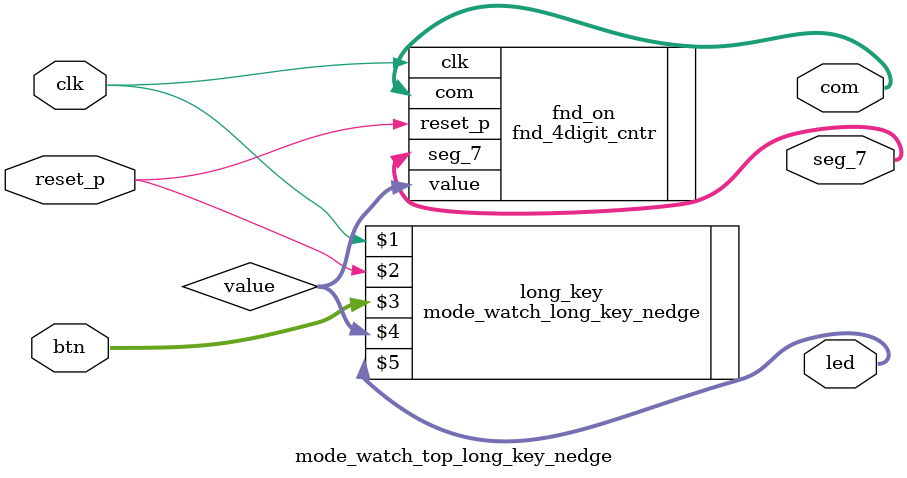
<source format=v>
 
module mode_watch_top_long_key_nedge(
    input clk, reset_p,
    input [3:0] btn,
    output [15:0] led,
    output [3:0] com,
    output [7:0] seg_7 );
    
    wire [15:0] value;
    
    mode_watch_long_key_nedge long_key( clk, reset_p, btn, value, led);
    

    
   fnd_4digit_cntr fnd_on ( .clk(clk), .reset_p(reset_p), .com(com) , .value(value), .seg_7(seg_7) );

endmodule
</source>
